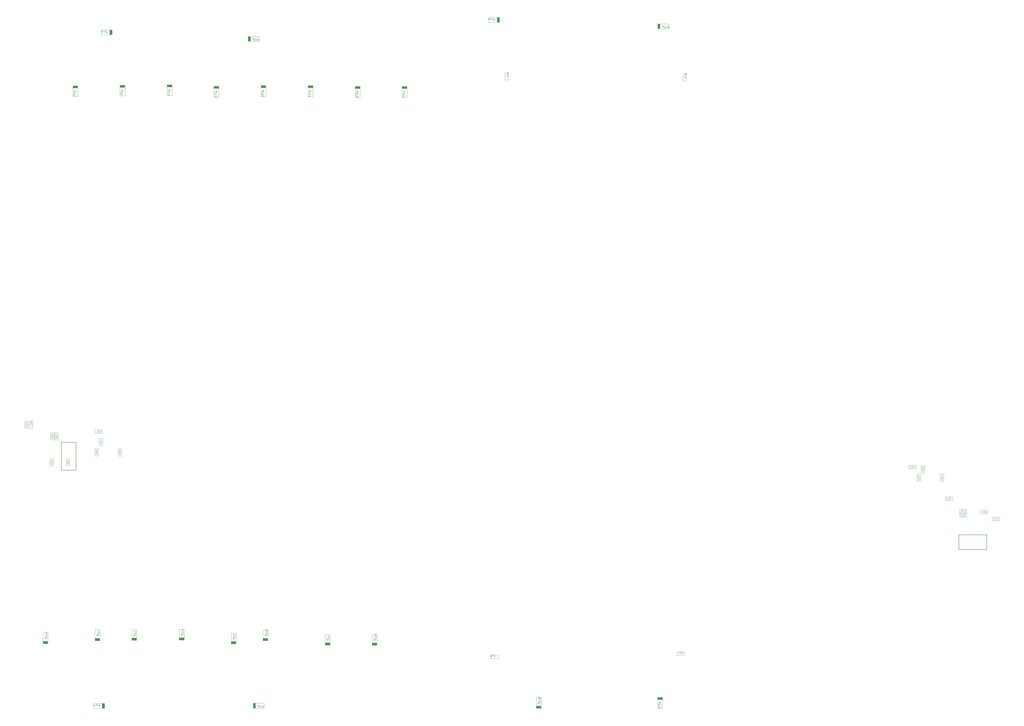
<source format=gbr>
%TF.GenerationSoftware,Altium Limited,Altium Designer,25.3.3 (18)*%
G04 Layer_Color=8388736*
%FSLAX45Y45*%
%MOMM*%
%TF.SameCoordinates,A4CA6E92-6A9D-4088-ADF9-EEBE24E4F9EE*%
%TF.FilePolarity,Positive*%
%TF.FileFunction,Other,Top_3D_Body*%
%TF.Part,Single*%
G01*
G75*
%TA.AperFunction,NonConductor*%
%ADD71C,0.20000*%
%ADD73C,0.10000*%
%ADD128R,2.15000X1.05000*%
%ADD129R,1.05000X2.15000*%
D71*
X4522500Y26597501D02*
X4572500D01*
X4547500Y26572501D02*
Y26622501D01*
X10607500Y3410000D02*
X10657500D01*
X10632500Y3385000D02*
Y3435000D01*
X10335000Y392500D02*
Y442500D01*
X10310000Y417500D02*
X10360000D01*
X3565000Y387500D02*
Y437500D01*
X3540000Y412500D02*
X3590000D01*
X22230000Y527500D02*
X22280000D01*
X22255000Y502500D02*
Y552500D01*
X27389999Y550000D02*
X27439999D01*
X27414999Y525000D02*
Y575000D01*
X15247501Y3217500D02*
X15297501D01*
X15272501Y3192500D02*
Y3242500D01*
X13252499Y3222500D02*
X13302499D01*
X13277499Y3197500D02*
Y3247500D01*
X9250000Y3270000D02*
X9300000D01*
X9275000Y3245000D02*
Y3295000D01*
X7045000Y3432500D02*
X7095000D01*
X7070000Y3407500D02*
Y3457500D01*
X5025000Y3422500D02*
X5075000D01*
X5050000Y3397500D02*
Y3447500D01*
X3460000Y3412500D02*
X3510000D01*
X3485000Y3387500D02*
Y3437500D01*
X1250000Y3285000D02*
X1300000D01*
X1275000Y3260000D02*
Y3310000D01*
X40122501Y7065000D02*
X41307501D01*
X40122501D02*
Y7690000D01*
X41307501D01*
Y7065000D02*
Y7690000D01*
X10095000Y28792499D02*
X10145000D01*
X10120000Y28767499D02*
Y28817499D01*
X3860000Y29075000D02*
X3910000D01*
X3885000Y29050000D02*
Y29100000D01*
X27517499Y29325000D02*
X27567499D01*
X27542499Y29300000D02*
Y29350000D01*
X16545000Y26525000D02*
Y26575000D01*
X16520000Y26550000D02*
X16570000D01*
X14552127Y26522501D02*
Y26572501D01*
X14527127Y26547501D02*
X14577127D01*
X12545000Y26554999D02*
Y26604999D01*
X12520000Y26579999D02*
X12570000D01*
X10542500Y26562485D02*
Y26612485D01*
X10517500Y26587485D02*
X10567500D01*
X2517500Y26572501D02*
X2567500D01*
X2542500Y26547501D02*
Y26597501D01*
X8542500Y26529999D02*
Y26579999D01*
X8517500Y26554999D02*
X8567500D01*
X6550000Y26592499D02*
Y26642499D01*
X6525000Y26617499D02*
X6575000D01*
X20364999Y29577499D02*
Y29627499D01*
X20339999Y29602499D02*
X20389999D01*
X1950000Y10442500D02*
X2575000D01*
Y11627500D01*
X1950000D02*
X2575000D01*
X1950000Y10442500D02*
Y11627500D01*
D73*
X28437738Y2556300D02*
Y2708700D01*
X28132938Y2556300D02*
Y2708700D01*
X28437738D01*
X28132938Y2556300D02*
X28437738D01*
X28285339Y2607500D02*
Y2657500D01*
X28260339Y2632500D02*
X28310339D01*
X4477500Y26822501D02*
X4627500D01*
X4442500Y26362500D02*
X4655000D01*
X4442500D02*
Y26822501D01*
X4655000Y26362500D02*
Y26822501D01*
X4627500D02*
X4655000D01*
X4442500D02*
X4477500D01*
X10552500Y3185000D02*
X10702500D01*
X10525000Y3645000D02*
X10737500D01*
Y3185000D02*
Y3645000D01*
X10525000Y3185000D02*
Y3645000D01*
Y3185000D02*
X10552500D01*
X10702500D02*
X10737500D01*
X10110000Y347500D02*
Y497500D01*
X10570000Y312500D02*
Y525000D01*
X10110000Y312500D02*
X10570000D01*
X10110000Y525000D02*
X10570000D01*
X10110000Y497500D02*
Y525000D01*
Y312500D02*
Y347500D01*
X3790000Y332500D02*
Y482500D01*
X3330000Y305000D02*
Y517500D01*
X3790000D01*
X3330000Y305000D02*
X3790000D01*
Y332500D01*
Y482500D02*
Y517500D01*
X22175000Y302500D02*
X22325000D01*
X22147501Y762500D02*
X22360001D01*
Y302500D02*
Y762500D01*
X22147501Y302500D02*
Y762500D01*
Y302500D02*
X22175000D01*
X22325000D02*
X22360001D01*
X27345001Y775000D02*
X27495001D01*
X27310001Y315000D02*
X27522501D01*
X27310001D02*
Y775000D01*
X27522501Y315000D02*
Y775000D01*
X27495001D02*
X27522501D01*
X27310001D02*
X27345001D01*
X15192500Y2992500D02*
X15342500D01*
X15164999Y3452500D02*
X15377499D01*
Y2992500D02*
Y3452500D01*
X15164999Y2992500D02*
Y3452500D01*
Y2992500D02*
X15192500D01*
X15342500D02*
X15377499D01*
X13197501Y2997500D02*
X13347501D01*
X13170000Y3457500D02*
X13382500D01*
Y2997500D02*
Y3457500D01*
X13170000Y2997500D02*
Y3457500D01*
Y2997500D02*
X13197501D01*
X13347501D02*
X13382500D01*
X9195000Y3045000D02*
X9345000D01*
X9167500Y3505000D02*
X9380000D01*
Y3045000D02*
Y3505000D01*
X9167500Y3045000D02*
Y3505000D01*
Y3045000D02*
X9195000D01*
X9345000D02*
X9380000D01*
X6990000Y3207500D02*
X7140000D01*
X6962500Y3667500D02*
X7175000D01*
Y3207500D02*
Y3667500D01*
X6962500Y3207500D02*
Y3667500D01*
Y3207500D02*
X6990000D01*
X7140000D02*
X7175000D01*
X4970000Y3197500D02*
X5120000D01*
X4942500Y3657500D02*
X5155000D01*
Y3197500D02*
Y3657500D01*
X4942500Y3197500D02*
Y3657500D01*
Y3197500D02*
X4970000D01*
X5120000D02*
X5155000D01*
X3405000Y3187500D02*
X3555000D01*
X3377500Y3647500D02*
X3590000D01*
Y3187500D02*
Y3647500D01*
X3377500Y3187500D02*
Y3647500D01*
Y3187500D02*
X3405000D01*
X3555000D02*
X3590000D01*
X1195000Y3060000D02*
X1345000D01*
X1167500Y3520000D02*
X1380000D01*
Y3060000D02*
Y3520000D01*
X1167500Y3060000D02*
Y3520000D01*
Y3060000D02*
X1195000D01*
X1345000D02*
X1380000D01*
X573800Y12230100D02*
Y12534900D01*
X726200Y12230100D02*
Y12534900D01*
X573800D02*
X726200D01*
X573800Y12230100D02*
X726200D01*
X1488800Y11730100D02*
Y12034900D01*
X1641200Y11730100D02*
Y12034900D01*
X1488800D02*
X1641200D01*
X1488800Y11730100D02*
X1641200D01*
X1613700Y10615100D02*
Y10919900D01*
X1461300Y10615100D02*
Y10919900D01*
Y10615100D02*
X1613700D01*
X1461300Y10919900D02*
X1613700D01*
X2308700Y10627600D02*
Y10932400D01*
X2156300Y10627600D02*
Y10932400D01*
Y10627600D02*
X2308700D01*
X2156300Y10932400D02*
X2308700D01*
X3708700Y11487600D02*
Y11792400D01*
X3556300Y11487600D02*
Y11792400D01*
Y11487600D02*
X3708700D01*
X3556300Y11792400D02*
X3708700D01*
X3375100Y12008800D02*
X3679900D01*
X3375100Y12161200D02*
X3679900D01*
X3375100Y12008800D02*
Y12161200D01*
X3679900Y12008800D02*
Y12161200D01*
X40150101Y8626300D02*
X40454901D01*
X40150101Y8778700D02*
X40454901D01*
X40150101Y8626300D02*
Y8778700D01*
X40454901Y8626300D02*
Y8778700D01*
X9895000Y28687500D02*
Y28722501D01*
Y28872501D02*
Y28900000D01*
X10355000D01*
X9895000Y28687500D02*
X10355000D01*
Y28900000D01*
X9895000Y28722501D02*
Y28872501D01*
X4110000Y29145001D02*
Y29179999D01*
Y28967499D02*
Y28995001D01*
X3650000Y28967499D02*
X4110000D01*
X3650000Y29179999D02*
X4110000D01*
X3650000Y28967499D02*
Y29179999D01*
X4110000Y28995001D02*
Y29145001D01*
X41552600Y8286300D02*
X41857401D01*
X41552600Y8438700D02*
X41857401D01*
X41552600Y8286300D02*
Y8438700D01*
X41857401Y8286300D02*
Y8438700D01*
X27317499Y29220001D02*
Y29254999D01*
Y29404999D02*
Y29432501D01*
X27777499D01*
X27317499Y29220001D02*
X27777499D01*
Y29432501D01*
X27317499Y29254999D02*
Y29404999D01*
X28383801Y26990100D02*
X28536200D01*
X28383801Y27294901D02*
X28536200D01*
Y26990100D02*
Y27294901D01*
X28383801Y26990100D02*
Y27294901D01*
X28435001Y27142499D02*
X28485001D01*
X28460001Y27117499D02*
Y27167499D01*
X16439999Y26775000D02*
X16475000D01*
X16625000D02*
X16652499D01*
Y26314999D02*
Y26775000D01*
X16439999Y26314999D02*
Y26775000D01*
Y26314999D02*
X16652499D01*
X16475000Y26775000D02*
X16625000D01*
X14447125Y26772501D02*
X14482126D01*
X14632126D02*
X14659627D01*
Y26312500D02*
Y26772501D01*
X14447125Y26312500D02*
Y26772501D01*
Y26312500D02*
X14659627D01*
X14482126Y26772501D02*
X14632126D01*
X12440000Y26804999D02*
X12475000D01*
X12625000D02*
X12652500D01*
Y26345001D02*
Y26804999D01*
X12440000Y26345001D02*
Y26804999D01*
Y26345001D02*
X12652500D01*
X12475000Y26804999D02*
X12625000D01*
X10437500Y26812485D02*
X10472500D01*
X10622500D02*
X10650000D01*
Y26352484D02*
Y26812485D01*
X10437500Y26352484D02*
Y26812485D01*
Y26352484D02*
X10650000D01*
X10472500Y26812485D02*
X10622500D01*
X2472500Y26797501D02*
X2622500D01*
X2437500Y26337500D02*
X2650000D01*
X2437500D02*
Y26797501D01*
X2650000Y26337500D02*
Y26797501D01*
X2622500D02*
X2650000D01*
X2437500D02*
X2472500D01*
X8437500Y26779999D02*
X8472500D01*
X8622500D02*
X8650000D01*
Y26320001D02*
Y26779999D01*
X8437500Y26320001D02*
Y26779999D01*
Y26320001D02*
X8650000D01*
X8472500Y26779999D02*
X8622500D01*
X6445000Y26842499D02*
X6480000D01*
X6630000D02*
X6657500D01*
Y26382501D02*
Y26842499D01*
X6445000Y26382501D02*
Y26842499D01*
Y26382501D02*
X6657500D01*
X6480000Y26842499D02*
X6630000D01*
X39471198Y9972600D02*
Y10277400D01*
X39318799Y9972600D02*
Y10277400D01*
Y9972600D02*
X39471198D01*
X39318799Y10277400D02*
X39471198D01*
X20589999Y29522501D02*
Y29672501D01*
X20130000Y29495001D02*
Y29707501D01*
X20589999D01*
X20130000Y29495001D02*
X20589999D01*
Y29522501D01*
Y29672501D02*
Y29707501D01*
X20889999Y27172501D02*
Y27222501D01*
X20864999Y27197501D02*
X20914999D01*
X20813800Y27045099D02*
Y27349899D01*
X20966200Y27045099D02*
Y27349899D01*
X20813800D02*
X20966200D01*
X20813800Y27045099D02*
X20966200D01*
X20352499Y2500000D02*
X20402499D01*
X20377499Y2475000D02*
Y2525000D01*
X20225101Y2423800D02*
X20529900D01*
X20225101Y2576200D02*
X20529900D01*
X20225101Y2423800D02*
Y2576200D01*
X20529900Y2423800D02*
Y2576200D01*
X383800Y12230100D02*
X536200D01*
X383800Y12534900D02*
X536200D01*
Y12230100D02*
Y12534900D01*
X383800Y12230100D02*
Y12534900D01*
X4363231Y11349901D02*
X4515631D01*
X4363231Y11045101D02*
X4515631D01*
X4363231D02*
Y11349901D01*
X4515631Y11045101D02*
Y11349901D01*
X3368231Y11052600D02*
X3520631D01*
X3368231Y11357400D02*
X3520631D01*
Y11052600D02*
Y11357400D01*
X3368231Y11052600D02*
Y11357400D01*
X1668817Y12032400D02*
X1821217D01*
X1668817Y11727600D02*
X1821217D01*
X1668817D02*
Y12032400D01*
X1821217Y11727600D02*
Y12032400D01*
X39547601Y9151300D02*
Y9303700D01*
X39852399Y9151300D02*
Y9303700D01*
X39547601Y9151300D02*
X39852399D01*
X39547601Y9303700D02*
X39852399D01*
X38297400Y10501300D02*
Y10653700D01*
X37992599Y10501300D02*
Y10653700D01*
X38297400D01*
X37992599Y10501300D02*
X38297400D01*
X41347400Y8583800D02*
Y8736200D01*
X41042599Y8583800D02*
Y8736200D01*
X41347400D01*
X41042599Y8583800D02*
X41347400D01*
X38516299Y10629900D02*
X38668701D01*
X38516299Y10325100D02*
X38668701D01*
X38516299D02*
Y10629900D01*
X38668701Y10325100D02*
Y10629900D01*
X38336298Y9975100D02*
X38488699D01*
X38336298Y10279900D02*
X38488699D01*
Y9975100D02*
Y10279900D01*
X38336298Y9975100D02*
Y10279900D01*
X40150101Y8441300D02*
Y8593700D01*
X40454901Y8441300D02*
Y8593700D01*
X40150101Y8441300D02*
X40454901D01*
X40150101Y8593700D02*
X40454901D01*
X28329388Y2697149D02*
X28341052Y2708811D01*
X28364377D01*
X28376038Y2697149D01*
Y2650497D01*
X28364377Y2638834D01*
X28341052D01*
X28329388Y2650497D01*
X28306061Y2638834D02*
X28282736D01*
X28294400D01*
Y2708811D01*
X28306061Y2697149D01*
X28247748D02*
X28236084Y2708811D01*
X28212759D01*
X28201096Y2697149D01*
Y2685486D01*
X28212759Y2673823D01*
X28224420D01*
X28212759D01*
X28201096Y2662160D01*
Y2650497D01*
X28212759Y2638834D01*
X28236084D01*
X28247748Y2650497D01*
X4477523Y26597501D02*
X4524174D01*
X4547500Y26574173D01*
X4524174Y26550848D01*
X4477523D01*
Y26527524D02*
X4547500D01*
Y26492535D01*
X4535837Y26480872D01*
X4489186D01*
X4477523Y26492535D01*
Y26527524D01*
X4489186Y26457544D02*
X4477523Y26445883D01*
Y26422556D01*
X4489186Y26410892D01*
X4500849D01*
X4512511Y26422556D01*
X4524174Y26410892D01*
X4535837D01*
X4547500Y26422556D01*
Y26445883D01*
X4535837Y26457544D01*
X4524174D01*
X4512511Y26445883D01*
X4500849Y26457544D01*
X4489186D01*
X4512511Y26445883D02*
Y26422556D01*
X10702477Y3410000D02*
X10655826D01*
X10632500Y3433326D01*
X10655826Y3456652D01*
X10702477D01*
Y3479978D02*
X10632500D01*
Y3514966D01*
X10644163Y3526629D01*
X10690815D01*
X10702477Y3514966D01*
Y3479978D01*
X10690815Y3549955D02*
X10702477Y3561618D01*
Y3584944D01*
X10690815Y3596607D01*
X10679152D01*
X10667489Y3584944D01*
Y3573281D01*
Y3584944D01*
X10655826Y3596607D01*
X10644163D01*
X10632500Y3584944D01*
Y3561618D01*
X10644163Y3549955D01*
X10690815Y3619933D02*
X10702477Y3631595D01*
Y3654921D01*
X10690815Y3666584D01*
X10644163D01*
X10632500Y3654921D01*
Y3631595D01*
X10644163Y3619933D01*
X10690815D01*
X10335000Y347523D02*
Y394174D01*
X10358326Y417500D01*
X10381652Y394174D01*
Y347523D01*
X10404978D02*
Y417500D01*
X10439966D01*
X10451629Y405837D01*
Y359185D01*
X10439966Y347523D01*
X10404978D01*
X10474955Y359185D02*
X10486618Y347523D01*
X10509944D01*
X10521607Y359185D01*
Y370848D01*
X10509944Y382511D01*
X10498281D01*
X10509944D01*
X10521607Y394174D01*
Y405837D01*
X10509944Y417500D01*
X10486618D01*
X10474955Y405837D01*
X10544933Y417500D02*
X10568259D01*
X10556596D01*
Y347523D01*
X10544933Y359185D01*
X3565000Y482478D02*
Y435826D01*
X3541674Y412500D01*
X3518348Y435826D01*
Y482478D01*
X3495022D02*
Y412500D01*
X3460033D01*
X3448371Y424163D01*
Y470815D01*
X3460033Y482478D01*
X3495022D01*
X3425045Y412500D02*
X3401719D01*
X3413382D01*
Y482478D01*
X3425045Y470815D01*
X3320078Y482478D02*
X3343404Y470815D01*
X3366730Y447489D01*
Y424163D01*
X3355067Y412500D01*
X3331741D01*
X3320078Y424163D01*
Y435826D01*
X3331741Y447489D01*
X3366730D01*
X22324977Y527500D02*
X22278326D01*
X22255000Y550826D01*
X22278326Y574152D01*
X22324977D01*
Y597478D02*
X22255000D01*
Y632466D01*
X22266663Y644129D01*
X22313315D01*
X22324977Y632466D01*
Y597478D01*
X22255000Y714107D02*
Y667455D01*
X22301653Y714107D01*
X22313315D01*
X22324977Y702444D01*
Y679118D01*
X22313315Y667455D01*
X22266663Y737433D02*
X22255000Y749096D01*
Y772421D01*
X22266663Y784084D01*
X22313315D01*
X22324977Y772421D01*
Y749096D01*
X22313315Y737433D01*
X22301653D01*
X22289989Y749096D01*
Y784084D01*
X27345023Y550000D02*
X27391675D01*
X27414999Y526674D01*
X27391675Y503348D01*
X27345023D01*
Y480022D02*
X27414999D01*
Y445034D01*
X27403336Y433371D01*
X27356686D01*
X27345023Y445034D01*
Y480022D01*
X27414999Y363393D02*
Y410045D01*
X27368347Y363393D01*
X27356686D01*
X27345023Y375056D01*
Y398382D01*
X27356686Y410045D01*
Y340067D02*
X27345023Y328404D01*
Y305079D01*
X27356686Y293416D01*
X27403336D01*
X27414999Y305079D01*
Y328404D01*
X27403336Y340067D01*
X27356686D01*
X15342477Y3217500D02*
X15295827D01*
X15272501Y3240826D01*
X15295827Y3264152D01*
X15342477D01*
Y3287478D02*
X15272501D01*
Y3322466D01*
X15284163Y3334129D01*
X15330815D01*
X15342477Y3322466D01*
Y3287478D01*
X15330815Y3357455D02*
X15342477Y3369118D01*
Y3392444D01*
X15330815Y3404107D01*
X15319151D01*
X15307489Y3392444D01*
Y3380781D01*
Y3392444D01*
X15295827Y3404107D01*
X15284163D01*
X15272501Y3392444D01*
Y3369118D01*
X15284163Y3357455D01*
X15272501Y3462421D02*
X15342477D01*
X15307489Y3427433D01*
Y3474084D01*
X13347478Y3222500D02*
X13300826D01*
X13277499Y3245826D01*
X13300826Y3269152D01*
X13347478D01*
Y3292478D02*
X13277499D01*
Y3327466D01*
X13289163Y3339129D01*
X13335815D01*
X13347478Y3327466D01*
Y3292478D01*
X13277499Y3397444D02*
X13347478D01*
X13312489Y3362455D01*
Y3409107D01*
X9344978Y3270000D02*
X9298326D01*
X9275000Y3293326D01*
X9298326Y3316652D01*
X9344978D01*
Y3339978D02*
X9275000D01*
Y3374966D01*
X9286663Y3386629D01*
X9333315D01*
X9344978Y3374966D01*
Y3339978D01*
X9333315Y3409955D02*
X9344978Y3421618D01*
Y3444944D01*
X9333315Y3456607D01*
X9321652D01*
X9309989Y3444944D01*
Y3433281D01*
Y3444944D01*
X9298326Y3456607D01*
X9286663D01*
X9275000Y3444944D01*
Y3421618D01*
X9286663Y3409955D01*
X7139978Y3432500D02*
X7093326D01*
X7070000Y3455826D01*
X7093326Y3479152D01*
X7139978D01*
Y3502478D02*
X7070000D01*
Y3537466D01*
X7081663Y3549129D01*
X7128315D01*
X7139978Y3537466D01*
Y3502478D01*
X7070000Y3572455D02*
Y3595781D01*
Y3584118D01*
X7139978D01*
X7128315Y3572455D01*
Y3630770D02*
X7139978Y3642433D01*
Y3665758D01*
X7128315Y3677421D01*
X7116652D01*
X7104989Y3665758D01*
X7093326Y3677421D01*
X7081663D01*
X7070000Y3665758D01*
Y3642433D01*
X7081663Y3630770D01*
X7093326D01*
X7104989Y3642433D01*
X7116652Y3630770D01*
X7128315D01*
X7104989Y3642433D02*
Y3665758D01*
X5119978Y3422500D02*
X5073326D01*
X5050000Y3445826D01*
X5073326Y3469152D01*
X5119978D01*
Y3492477D02*
X5050000D01*
Y3527466D01*
X5061663Y3539129D01*
X5108315D01*
X5119978Y3527466D01*
Y3492477D01*
X5050000Y3609107D02*
Y3562455D01*
X5096652Y3609107D01*
X5108315D01*
X5119978Y3597444D01*
Y3574118D01*
X5108315Y3562455D01*
X3554977Y3412500D02*
X3508326D01*
X3485000Y3435826D01*
X3508326Y3459152D01*
X3554977D01*
Y3482477D02*
X3485000D01*
Y3517466D01*
X3496663Y3529129D01*
X3543314D01*
X3554977Y3517466D01*
Y3482477D01*
X3485000Y3552455D02*
Y3575781D01*
Y3564118D01*
X3554977D01*
X3543314Y3552455D01*
X1344977Y3285000D02*
X1298326D01*
X1275000Y3308326D01*
X1298326Y3331652D01*
X1344977D01*
Y3354978D02*
X1275000D01*
Y3389966D01*
X1286663Y3401629D01*
X1333315D01*
X1344977Y3389966D01*
Y3354978D01*
X1275000Y3424955D02*
Y3448281D01*
Y3436618D01*
X1344977D01*
X1333315Y3424955D01*
X1275000Y3518258D02*
X1344977D01*
X1309989Y3483270D01*
Y3529921D01*
X690814Y12401652D02*
X702477Y12389989D01*
Y12366663D01*
X690814Y12355000D01*
X644163D01*
X632500Y12366663D01*
Y12389989D01*
X644163Y12401652D01*
X702477Y12471630D02*
X690814Y12448304D01*
X667489Y12424978D01*
X644163D01*
X632500Y12436641D01*
Y12459967D01*
X644163Y12471630D01*
X655826D01*
X667489Y12459967D01*
Y12424978D01*
X632500Y12494955D02*
Y12518281D01*
Y12506618D01*
X702477D01*
X690814Y12494955D01*
X1588315Y11831652D02*
X1599978Y11819989D01*
Y11796663D01*
X1588315Y11785000D01*
X1541663D01*
X1530000Y11796663D01*
Y11819989D01*
X1541663Y11831652D01*
X1588315Y11854978D02*
X1599978Y11866641D01*
Y11889967D01*
X1588315Y11901629D01*
X1576652D01*
X1564989Y11889967D01*
Y11878304D01*
Y11889967D01*
X1553326Y11901629D01*
X1541663D01*
X1530000Y11889967D01*
Y11866641D01*
X1541663Y11854978D01*
X1599978Y11971607D02*
Y11924955D01*
X1564989D01*
X1576652Y11948281D01*
Y11959944D01*
X1564989Y11971607D01*
X1541663D01*
X1530000Y11959944D01*
Y11936618D01*
X1541663Y11924955D01*
X1514185Y10818348D02*
X1502523Y10830011D01*
Y10853337D01*
X1514185Y10865000D01*
X1560837D01*
X1572500Y10853337D01*
Y10830011D01*
X1560837Y10818348D01*
X1572500Y10795022D02*
Y10771697D01*
Y10783359D01*
X1502523D01*
X1514185Y10795022D01*
Y10736708D02*
X1502523Y10725045D01*
Y10701719D01*
X1514185Y10690056D01*
X1560837D01*
X1572500Y10701719D01*
Y10725045D01*
X1560837Y10736708D01*
X1514185D01*
X2209186Y10830849D02*
X2197523Y10842511D01*
Y10865837D01*
X2209186Y10877500D01*
X2255837D01*
X2267500Y10865837D01*
Y10842511D01*
X2255837Y10830849D01*
X2197523Y10760871D02*
Y10807523D01*
X2232511D01*
X2220848Y10784197D01*
Y10772534D01*
X2232511Y10760871D01*
X2255837D01*
X2267500Y10772534D01*
Y10795860D01*
X2255837Y10807523D01*
X2267500Y10690894D02*
Y10737545D01*
X2220848Y10690894D01*
X2209186D01*
X2197523Y10702556D01*
Y10725882D01*
X2209186Y10737545D01*
X3609185Y11690848D02*
X3597522Y11702511D01*
Y11725837D01*
X3609185Y11737500D01*
X3655837D01*
X3667500Y11725837D01*
Y11702511D01*
X3655837Y11690848D01*
X3597522Y11620871D02*
Y11667523D01*
X3632511D01*
X3620848Y11644197D01*
Y11632534D01*
X3632511Y11620871D01*
X3655837D01*
X3667500Y11632534D01*
Y11655860D01*
X3655837Y11667523D01*
X3597522Y11597545D02*
Y11550893D01*
X3609185D01*
X3655837Y11597545D01*
X3667500D01*
X3578348Y12108315D02*
X3590011Y12119978D01*
X3613337D01*
X3625000Y12108315D01*
Y12061663D01*
X3613337Y12050000D01*
X3590011D01*
X3578348Y12061663D01*
X3508371Y12119978D02*
X3555022D01*
Y12084989D01*
X3531697Y12096652D01*
X3520034D01*
X3508371Y12084989D01*
Y12061663D01*
X3520034Y12050000D01*
X3543359D01*
X3555022Y12061663D01*
X3485045Y12050000D02*
X3461719D01*
X3473382D01*
Y12119978D01*
X3485045Y12108315D01*
X40353348Y8725815D02*
X40365012Y8737478D01*
X40388336D01*
X40400000Y8725815D01*
Y8679163D01*
X40388336Y8667500D01*
X40365012D01*
X40353348Y8679163D01*
X40295035Y8667500D02*
Y8737478D01*
X40330023Y8702489D01*
X40283371D01*
X40260046Y8725815D02*
X40248383Y8737478D01*
X40225055D01*
X40213394Y8725815D01*
Y8679163D01*
X40225055Y8667500D01*
X40248383D01*
X40260046Y8679163D01*
Y8725815D01*
X10120000Y28722522D02*
Y28769174D01*
X10143326Y28792499D01*
X10166651Y28769174D01*
Y28722522D01*
X10189977D02*
Y28792499D01*
X10224966D01*
X10236629Y28780838D01*
Y28734186D01*
X10224966Y28722522D01*
X10189977D01*
X10306607D02*
X10259955D01*
Y28757510D01*
X10283281Y28745850D01*
X10294944D01*
X10306607Y28757510D01*
Y28780838D01*
X10294944Y28792499D01*
X10271618D01*
X10259955Y28780838D01*
X10329932Y28792499D02*
X10353258D01*
X10341595D01*
Y28722522D01*
X10329932Y28734186D01*
X3885000Y29144977D02*
Y29098325D01*
X3861674Y29075000D01*
X3838348Y29098325D01*
Y29144977D01*
X3815022D02*
Y29075000D01*
X3780034D01*
X3768371Y29086664D01*
Y29133316D01*
X3780034Y29144977D01*
X3815022D01*
X3745045Y29075000D02*
X3721719D01*
X3733382D01*
Y29144977D01*
X3745045Y29133316D01*
X3686730D02*
X3675067Y29144977D01*
X3651741D01*
X3640079Y29133316D01*
Y29086664D01*
X3651741Y29075000D01*
X3675067D01*
X3686730Y29086664D01*
Y29133316D01*
X41755847Y8385815D02*
X41767511Y8397477D01*
X41790836D01*
X41802499Y8385815D01*
Y8339163D01*
X41790836Y8327500D01*
X41767511D01*
X41755847Y8339163D01*
X41732523Y8385815D02*
X41720859Y8397477D01*
X41697534D01*
X41685870Y8385815D01*
Y8374152D01*
X41697534Y8362489D01*
X41709195D01*
X41697534D01*
X41685870Y8350826D01*
Y8339163D01*
X41697534Y8327500D01*
X41720859D01*
X41732523Y8339163D01*
X41615894Y8327500D02*
X41662546D01*
X41615894Y8374152D01*
Y8385815D01*
X41627557Y8397477D01*
X41650882D01*
X41662546Y8385815D01*
X27542499Y29255023D02*
Y29301675D01*
X27565826Y29325000D01*
X27589151Y29301675D01*
Y29255023D01*
X27612476D02*
Y29325000D01*
X27647467D01*
X27659128Y29313336D01*
Y29266684D01*
X27647467Y29255023D01*
X27612476D01*
X27682455Y29266684D02*
X27694119Y29255023D01*
X27717444D01*
X27729108Y29266684D01*
Y29278348D01*
X27717444Y29290012D01*
X27705780D01*
X27717444D01*
X27729108Y29301675D01*
Y29313336D01*
X27717444Y29325000D01*
X27694119D01*
X27682455Y29313336D01*
X27752432Y29266684D02*
X27764096Y29255023D01*
X27787421D01*
X27799084Y29266684D01*
Y29278348D01*
X27787421Y29290012D01*
X27799084Y29301675D01*
Y29313336D01*
X27787421Y29325000D01*
X27764096D01*
X27752432Y29313336D01*
Y29301675D01*
X27764096Y29290012D01*
X27752432Y29278348D01*
Y29266684D01*
X27764096Y29290012D02*
X27787421D01*
X28518314Y27189151D02*
X28529977Y27177490D01*
Y27154163D01*
X28518314Y27142499D01*
X28471664D01*
X28460001Y27154163D01*
Y27177490D01*
X28471664Y27189151D01*
X28460001Y27259128D02*
Y27212476D01*
X28506653Y27259128D01*
X28518314D01*
X28529977Y27247467D01*
Y27224139D01*
X28518314Y27212476D01*
Y27282455D02*
X28529977Y27294119D01*
Y27317444D01*
X28518314Y27329108D01*
X28506653D01*
X28494989Y27317444D01*
X28483325Y27329108D01*
X28471664D01*
X28460001Y27317444D01*
Y27294119D01*
X28471664Y27282455D01*
X28483325D01*
X28494989Y27294119D01*
X28506653Y27282455D01*
X28518314D01*
X28494989Y27294119D02*
Y27317444D01*
X16475021Y26550000D02*
X16521674D01*
X16545000Y26526675D01*
X16521674Y26503348D01*
X16475021D01*
Y26480023D02*
X16545000D01*
Y26445032D01*
X16533337Y26433371D01*
X16486685D01*
X16475021Y26445032D01*
Y26480023D01*
Y26363394D02*
Y26410046D01*
X16510011D01*
X16498347Y26386719D01*
Y26375055D01*
X16510011Y26363394D01*
X16533337D01*
X16545000Y26375055D01*
Y26398383D01*
X16533337Y26410046D01*
X16545000Y26305078D02*
X16475021D01*
X16510011Y26340067D01*
Y26293417D01*
X14482149Y26547501D02*
X14528801D01*
X14552127Y26524173D01*
X14528801Y26500848D01*
X14482149D01*
Y26477521D02*
X14552127D01*
Y26442532D01*
X14540463Y26430869D01*
X14493813D01*
X14482149Y26442532D01*
Y26477521D01*
Y26360892D02*
Y26407544D01*
X14517139D01*
X14505475Y26384219D01*
Y26372556D01*
X14517139Y26360892D01*
X14540463D01*
X14552127Y26372556D01*
Y26395883D01*
X14540463Y26407544D01*
X14482149Y26290915D02*
X14493813Y26314240D01*
X14517139Y26337567D01*
X14540463D01*
X14552127Y26325903D01*
Y26302579D01*
X14540463Y26290915D01*
X14528801D01*
X14517139Y26302579D01*
Y26337567D01*
X12475023Y26579999D02*
X12521674D01*
X12545000Y26556674D01*
X12521674Y26533347D01*
X12475023D01*
Y26510022D02*
X12545000D01*
Y26475034D01*
X12533337Y26463370D01*
X12486686D01*
X12475023Y26475034D01*
Y26510022D01*
X12545000Y26405057D02*
X12475023D01*
X12510012Y26440045D01*
Y26393393D01*
X12486686Y26370068D02*
X12475023Y26358405D01*
Y26335080D01*
X12486686Y26323416D01*
X12498349D01*
X12510012Y26335080D01*
Y26346741D01*
Y26335080D01*
X12521674Y26323416D01*
X12533337D01*
X12545000Y26335080D01*
Y26358405D01*
X12533337Y26370068D01*
X10472523Y26587485D02*
X10519174D01*
X10542500Y26564157D01*
X10519174Y26540833D01*
X10472523D01*
Y26517505D02*
X10542500D01*
Y26482516D01*
X10530837Y26470856D01*
X10484186D01*
X10472523Y26482516D01*
Y26517505D01*
Y26400876D02*
Y26447528D01*
X10507511D01*
X10495848Y26424203D01*
Y26412540D01*
X10507511Y26400876D01*
X10530837D01*
X10542500Y26412540D01*
Y26435867D01*
X10530837Y26447528D01*
X10484186Y26377551D02*
X10472523Y26365887D01*
Y26342563D01*
X10484186Y26330899D01*
X10530837D01*
X10542500Y26342563D01*
Y26365887D01*
X10530837Y26377551D01*
X10484186D01*
X2472522Y26572501D02*
X2519174D01*
X2542500Y26549173D01*
X2519174Y26525848D01*
X2472522D01*
Y26502521D02*
X2542500D01*
Y26467535D01*
X2530837Y26455872D01*
X2484185D01*
X2472522Y26467535D01*
Y26502521D01*
Y26385892D02*
Y26432544D01*
X2507511D01*
X2495848Y26409219D01*
Y26397556D01*
X2507511Y26385892D01*
X2530837D01*
X2542500Y26397556D01*
Y26420883D01*
X2530837Y26432544D01*
X8472523Y26554999D02*
X8519174D01*
X8542500Y26531674D01*
X8519174Y26508347D01*
X8472523D01*
Y26485022D02*
X8542500D01*
Y26450034D01*
X8530837Y26438370D01*
X8484185D01*
X8472523Y26450034D01*
Y26485022D01*
X8484185Y26415045D02*
X8472523Y26403381D01*
Y26380057D01*
X8484185Y26368393D01*
X8495848D01*
X8507511Y26380057D01*
Y26391718D01*
Y26380057D01*
X8519174Y26368393D01*
X8530837D01*
X8542500Y26380057D01*
Y26403381D01*
X8530837Y26415045D01*
X8472523Y26298416D02*
X8484185Y26321741D01*
X8507511Y26345068D01*
X8530837D01*
X8542500Y26333405D01*
Y26310080D01*
X8530837Y26298416D01*
X8519174D01*
X8507511Y26310080D01*
Y26345068D01*
X6480023Y26617499D02*
X6526674D01*
X6550000Y26594174D01*
X6526674Y26570850D01*
X6480023D01*
Y26547522D02*
X6550000D01*
Y26512534D01*
X6538337Y26500870D01*
X6491686D01*
X6480023Y26512534D01*
Y26547522D01*
X6550000Y26442557D02*
X6480023D01*
X6515011Y26477545D01*
Y26430893D01*
X6550000Y26407568D02*
Y26384241D01*
Y26395905D01*
X6480023D01*
X6491686Y26407568D01*
X39371686Y10175848D02*
X39360022Y10187511D01*
Y10210837D01*
X39371686Y10222500D01*
X39418335D01*
X39429999Y10210837D01*
Y10187511D01*
X39418335Y10175848D01*
X39360022Y10105871D02*
X39371686Y10129197D01*
X39395010Y10152522D01*
X39418335D01*
X39429999Y10140860D01*
Y10117534D01*
X39418335Y10105871D01*
X39406674D01*
X39395010Y10117534D01*
Y10152522D01*
X39371686Y10082545D02*
X39360022Y10070882D01*
Y10047556D01*
X39371686Y10035893D01*
X39418335D01*
X39429999Y10047556D01*
Y10070882D01*
X39418335Y10082545D01*
X39371686D01*
X20364999Y29672479D02*
Y29625827D01*
X20341673Y29602499D01*
X20318349Y29625827D01*
Y29672479D01*
X20295023D02*
Y29602499D01*
X20260034D01*
X20248370Y29614163D01*
Y29660815D01*
X20260034Y29672479D01*
X20295023D01*
X20190056Y29602499D02*
Y29672479D01*
X20225044Y29637488D01*
X20178394D01*
X20155067Y29614163D02*
X20143404Y29602499D01*
X20120079D01*
X20108417Y29614163D01*
Y29660815D01*
X20120079Y29672479D01*
X20143404D01*
X20155067Y29660815D01*
Y29649152D01*
X20143404Y29637488D01*
X20108417D01*
X20948315Y27244153D02*
X20959978Y27232489D01*
Y27209164D01*
X20948315Y27197501D01*
X20901663D01*
X20889999Y27209164D01*
Y27232489D01*
X20901663Y27244153D01*
X20889999Y27302466D02*
X20959978D01*
X20924989Y27267477D01*
Y27314130D01*
X20959978Y27337454D02*
Y27384106D01*
X20948315D01*
X20901663Y27337454D01*
X20889999D01*
X20330849Y2558314D02*
X20342511Y2569977D01*
X20365837D01*
X20377499Y2558314D01*
Y2511663D01*
X20365837Y2500000D01*
X20342511D01*
X20330849Y2511663D01*
X20307523Y2558314D02*
X20295860Y2569977D01*
X20272534D01*
X20260870Y2558314D01*
Y2546651D01*
X20272534Y2534989D01*
X20284196D01*
X20272534D01*
X20260870Y2523326D01*
Y2511663D01*
X20272534Y2500000D01*
X20295860D01*
X20307523Y2511663D01*
X20237544Y2558314D02*
X20225882Y2569977D01*
X20202556D01*
X20190894Y2558314D01*
Y2546651D01*
X20202556Y2534989D01*
X20190894Y2523326D01*
Y2511663D01*
X20202556Y2500000D01*
X20225882D01*
X20237544Y2511663D01*
Y2523326D01*
X20225882Y2534989D01*
X20237544Y2546651D01*
Y2558314D01*
X20225882Y2534989D02*
X20202556D01*
X483315Y12331652D02*
X494978Y12319989D01*
Y12296663D01*
X483315Y12285000D01*
X436663D01*
X425000Y12296663D01*
Y12319989D01*
X436663Y12331652D01*
X494978Y12401629D02*
X483315Y12378303D01*
X459989Y12354978D01*
X436663D01*
X425000Y12366640D01*
Y12389966D01*
X436663Y12401629D01*
X448326D01*
X459989Y12389966D01*
Y12354978D01*
X425000Y12471607D02*
Y12424955D01*
X471652Y12471607D01*
X483315D01*
X494978Y12459944D01*
Y12436618D01*
X483315Y12424955D01*
X4416116Y11248349D02*
X4404453Y11260012D01*
Y11283338D01*
X4416116Y11295001D01*
X4462768D01*
X4474430Y11283338D01*
Y11260012D01*
X4462768Y11248349D01*
X4404453Y11178371D02*
Y11225023D01*
X4439442D01*
X4427779Y11201697D01*
Y11190034D01*
X4439442Y11178371D01*
X4462768D01*
X4474430Y11190034D01*
Y11213360D01*
X4462768Y11225023D01*
Y11155046D02*
X4474430Y11143383D01*
Y11120057D01*
X4462768Y11108394D01*
X4416116D01*
X4404453Y11120057D01*
Y11143383D01*
X4416116Y11155046D01*
X4427779D01*
X4439442Y11143383D01*
Y11108394D01*
X3467745Y11154152D02*
X3479408Y11142489D01*
Y11119163D01*
X3467745Y11107501D01*
X3421094D01*
X3409431Y11119163D01*
Y11142489D01*
X3421094Y11154152D01*
X3479408Y11224130D02*
X3467745Y11200804D01*
X3444420Y11177478D01*
X3421094D01*
X3409431Y11189141D01*
Y11212467D01*
X3421094Y11224130D01*
X3432757D01*
X3444420Y11212467D01*
Y11177478D01*
X3479408Y11294107D02*
Y11247456D01*
X3444420D01*
X3456082Y11270781D01*
Y11282444D01*
X3444420Y11294107D01*
X3421094D01*
X3409431Y11282444D01*
Y11259118D01*
X3421094Y11247456D01*
X1721702Y11930848D02*
X1710039Y11942511D01*
Y11965837D01*
X1721702Y11977500D01*
X1768354D01*
X1780017Y11965837D01*
Y11942511D01*
X1768354Y11930848D01*
X1710039Y11860871D02*
Y11907523D01*
X1745028D01*
X1733365Y11884197D01*
Y11872534D01*
X1745028Y11860871D01*
X1768354D01*
X1780017Y11872534D01*
Y11895860D01*
X1768354Y11907523D01*
X1710039Y11790893D02*
Y11837545D01*
X1745028D01*
X1733365Y11814219D01*
Y11802556D01*
X1745028Y11790893D01*
X1768354D01*
X1780017Y11802556D01*
Y11825882D01*
X1768354Y11837545D01*
X39649152Y9204185D02*
X39637488Y9192522D01*
X39614163D01*
X39602499Y9204185D01*
Y9250837D01*
X39614163Y9262500D01*
X39637488D01*
X39649152Y9250837D01*
X39719128Y9192522D02*
X39695804Y9204185D01*
X39672479Y9227511D01*
Y9250837D01*
X39684140Y9262500D01*
X39707465D01*
X39719128Y9250837D01*
Y9239174D01*
X39707465Y9227511D01*
X39672479D01*
X39742456Y9204185D02*
X39754117Y9192522D01*
X39777444D01*
X39789108Y9204185D01*
Y9215848D01*
X39777444Y9227511D01*
X39765781D01*
X39777444D01*
X39789108Y9239174D01*
Y9250837D01*
X39777444Y9262500D01*
X39754117D01*
X39742456Y9250837D01*
X38195847Y10600815D02*
X38207510Y10612478D01*
X38230838D01*
X38242499Y10600815D01*
Y10554163D01*
X38230838Y10542500D01*
X38207510D01*
X38195847Y10554163D01*
X38125870Y10612478D02*
X38172522D01*
Y10577489D01*
X38149197Y10589152D01*
X38137534D01*
X38125870Y10577489D01*
Y10554163D01*
X38137534Y10542500D01*
X38160858D01*
X38172522Y10554163D01*
X38102545Y10600815D02*
X38090881Y10612478D01*
X38067557D01*
X38055893Y10600815D01*
Y10589152D01*
X38067557Y10577489D01*
X38079218D01*
X38067557D01*
X38055893Y10565826D01*
Y10554163D01*
X38067557Y10542500D01*
X38090881D01*
X38102545Y10554163D01*
X41245847Y8683315D02*
X41257510Y8694978D01*
X41280838D01*
X41292499Y8683315D01*
Y8636663D01*
X41280838Y8625000D01*
X41257510D01*
X41245847Y8636663D01*
X41175870Y8694978D02*
X41222522D01*
Y8659989D01*
X41199197Y8671652D01*
X41187534D01*
X41175870Y8659989D01*
Y8636663D01*
X41187534Y8625000D01*
X41210858D01*
X41222522Y8636663D01*
X41117557Y8625000D02*
Y8694978D01*
X41152545Y8659989D01*
X41105893D01*
X38569186Y10528349D02*
X38557523Y10540011D01*
Y10563337D01*
X38569186Y10575000D01*
X38615836D01*
X38627499Y10563337D01*
Y10540011D01*
X38615836Y10528349D01*
X38557523Y10458371D02*
Y10505023D01*
X38592511D01*
X38580847Y10481697D01*
Y10470034D01*
X38592511Y10458371D01*
X38615836D01*
X38627499Y10470034D01*
Y10493360D01*
X38615836Y10505023D01*
X38569186Y10435045D02*
X38557523Y10423382D01*
Y10400056D01*
X38569186Y10388393D01*
X38580847D01*
X38592511Y10400056D01*
X38604175Y10388393D01*
X38615836D01*
X38627499Y10400056D01*
Y10423382D01*
X38615836Y10435045D01*
X38604175D01*
X38592511Y10423382D01*
X38580847Y10435045D01*
X38569186D01*
X38592511Y10423382D02*
Y10400056D01*
X38435815Y10076652D02*
X38447476Y10064989D01*
Y10041663D01*
X38435815Y10030000D01*
X38389163D01*
X38377499Y10041663D01*
Y10064989D01*
X38389163Y10076652D01*
X38447476Y10146629D02*
X38435815Y10123304D01*
X38412488Y10099978D01*
X38389163D01*
X38377499Y10111641D01*
Y10134967D01*
X38389163Y10146629D01*
X38400824D01*
X38412488Y10134967D01*
Y10099978D01*
X38447476Y10216607D02*
X38435815Y10193281D01*
X38412488Y10169955D01*
X38389163D01*
X38377499Y10181618D01*
Y10204944D01*
X38389163Y10216607D01*
X38400824D01*
X38412488Y10204944D01*
Y10169955D01*
X40251651Y8494185D02*
X40239990Y8482522D01*
X40216663D01*
X40204999Y8494185D01*
Y8540837D01*
X40216663Y8552500D01*
X40239990D01*
X40251651Y8540837D01*
X40321628Y8482522D02*
X40274979D01*
Y8517511D01*
X40298303Y8505848D01*
X40309967D01*
X40321628Y8517511D01*
Y8540837D01*
X40309967Y8552500D01*
X40286642D01*
X40274979Y8540837D01*
X40391608Y8482522D02*
X40368280Y8494185D01*
X40344955Y8517511D01*
Y8540837D01*
X40356619Y8552500D01*
X40379944D01*
X40391608Y8540837D01*
Y8529174D01*
X40379944Y8517511D01*
X40344955D01*
D128*
X4549996Y26770032D02*
D03*
X10630030Y3237437D02*
D03*
X22252525Y354958D02*
D03*
X27417480Y722556D02*
D03*
X15270029Y3044938D02*
D03*
X13275002Y3049946D02*
D03*
X9272479Y3097446D02*
D03*
X7067518Y3259921D02*
D03*
X5047488Y3249949D02*
D03*
X3482512Y3239962D02*
D03*
X1272519Y3112447D02*
D03*
X16547519Y26722540D02*
D03*
X14554636Y26720023D02*
D03*
X12547513Y26752530D02*
D03*
X10545009Y26760010D02*
D03*
X2545071Y26745105D02*
D03*
X8545014Y26727536D02*
D03*
X6552508Y26790033D02*
D03*
D129*
X10162468Y419981D02*
D03*
X3737546Y410009D02*
D03*
X9947475Y28795013D02*
D03*
X4057522Y29072491D02*
D03*
X27369974Y29327505D02*
D03*
X20537526Y29600009D02*
D03*
%TF.MD5,f57396c78e25d4cc0e5f89dafa2b710f*%
M02*

</source>
